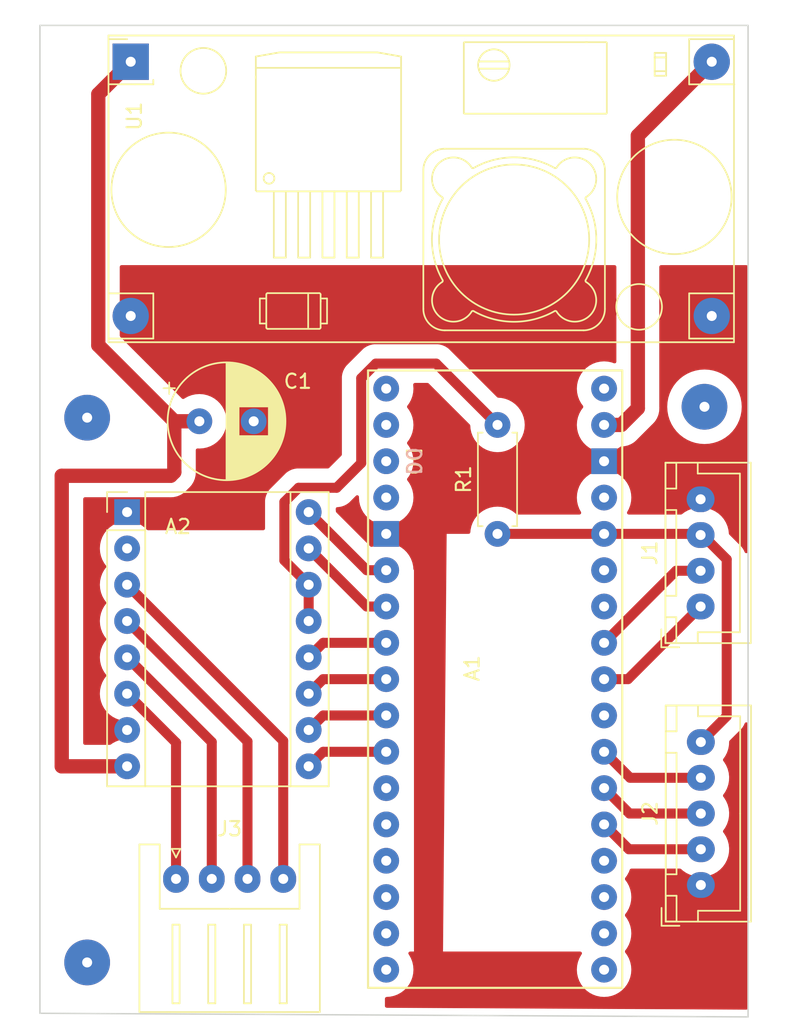
<source format=kicad_pcb>
(kicad_pcb (version 20221018) (generator pcbnew)
  (layers (0 "F.Cu" signal) (31 "B.Cu" signal) (34 "B.Paste" user) (35 "F.Paste" user) (36 "B.SilkS" user "B.Silkscreen") (37 "F.SilkS" user "F.Silkscreen") (38 "B.Mask" user) (39 "F.Mask" user) (44 "Edge.Cuts" user))
  (net 0 "")
  (net 2 "Net-(A2-~{RST})")
  (net 3 "unconnected-(A1-PadD8)")
  (net 4 "unconnected-(A1-PadD9)")
  (net 5 "unconnected-(A1-PadD10)")
  (net 7 "Net-(A1-A4{slash}SDA)")
  (net 8 "Net-(A1-A5{slash}SCL)")
  (net 10 "unconnected-(A1-PadA7)")
  (net 14 "Net-(A1-D2_INT0)")
  (net 15 "Net-(A1-D3_INT1)")
  (net 16 "Net-(A2-M2)")
  (net 17 "Net-(A2-M1)")
  (net 18 "Net-(A2-M0)")
  (net 19 "Net-(A2-~{EN})")
  (net 23 "GND")
  (net 25 "unconnected-(A1-RESET-PadRST2)")
  (net 26 "+12V")
  (net 28 "Net-(A2-A2)")
  (net 29 "Net-(A2-A1)")
  (net 30 "Net-(A2-B1)")
  (net 31 "Net-(A2-B2)")
  (net 32 "+24V")
  (net 33 "Net-(J1-Pin_3)")
  (net 34 "Net-(J2-Pin_2)")
  (net 35 "Net-(J2-Pin_3)")
  (net 36 "Net-(J2-Pin_4)")
  (footprint "Capacitor_THT:CP_Radial_D8.0mm_P3.80mm" (layer "F.Cu") (at 39.853349 58.039)
    (fp_text reference "C1" (at 6.882651 -2.794) (layer "F.SilkS"))
    (fp_text value "C_Polarized" hide)
    (pad "1" thru_hole circle (at 0 0) (size 1.8 1.8) (drill 0.7) (layers "*.Cu" "*.Mask") (net 32 "+24V") (clearance 1))
    (pad "2" thru_hole circle (at 3.8 0) (size 1.8 1.8) (drill 0.7) (layers "*.Cu" "*.Mask") (net 23 "GND"))
  )
  (footprint "Module:Pololu_Breakout-16_15.2x20.3mm" (layer "F.Cu") (at 34.798 64.389)
    (fp_text reference "A2" (at 3.556 1.016) (layer "F.SilkS"))
    (fp_text value "Pololu_Breakout_DRV8825")
    (pad "1" thru_hole rect (at 0 0) (size 1.8 1.8) (drill 0.7) (layers "*.Cu" "*.Mask") (net 23 "GND"))
    (pad "2" thru_hole circle (at 0 2.54) (size 1.8 1.8) (drill 0.7) (layers "*.Cu" "*.Mask"))
    (pad "3" thru_hole circle (at 0 5.08) (size 1.8 1.8) (drill 0.7) (layers "*.Cu" "*.Mask") (net 28 "Net-(A2-A2)"))
    (pad "4" thru_hole circle (at 0 7.62) (size 1.8 1.8) (drill 0.7) (layers "*.Cu" "*.Mask") (net 29 "Net-(A2-A1)"))
    (pad "5" thru_hole circle (at 0 10.16) (size 1.8 1.8) (drill 0.7) (layers "*.Cu" "*.Mask") (net 30 "Net-(A2-B1)"))
    (pad "6" thru_hole circle (at 0 12.7) (size 1.8 1.8) (drill 0.7) (layers "*.Cu" "*.Mask") (net 31 "Net-(A2-B2)"))
    (pad "7" thru_hole circle (at 0 15.24) (size 1.8 1.8) (drill 0.7) (layers "*.Cu" "*.Mask") (net 23 "GND"))
    (pad "8" thru_hole circle (at 0 17.78) (size 1.8 1.8) (drill 0.7) (layers "*.Cu" "*.Mask") (net 32 "+24V"))
    (pad "9" thru_hole circle (at 12.7 17.78) (size 1.8 1.8) (drill 0.7) (layers "*.Cu" "*.Mask") (net 19 "Net-(A2-~{EN})"))
    (pad "10" thru_hole circle (at 12.7 15.24) (size 1.8 1.8) (drill 0.7) (layers "*.Cu" "*.Mask") (net 18 "Net-(A2-M0)"))
    (pad "11" thru_hole circle (at 12.7 12.7) (size 1.8 1.8) (drill 0.7) (layers "*.Cu" "*.Mask") (net 17 "Net-(A2-M1)"))
    (pad "12" thru_hole circle (at 12.7 10.16) (size 1.8 1.8) (drill 0.7) (layers "*.Cu" "*.Mask") (net 16 "Net-(A2-M2)"))
    (pad "13" thru_hole circle (at 12.7 7.62) (size 1.8 1.8) (drill 0.7) (layers "*.Cu" "*.Mask") (net 2 "Net-(A2-~{RST})"))
    (pad "14" thru_hole circle (at 12.7 5.08) (size 1.8 1.8) (drill 0.7) (layers "*.Cu" "*.Mask") (net 2 "Net-(A2-~{RST})"))
    (pad "15" thru_hole circle (at 12.7 2.54) (size 1.8 1.8) (drill 0.7) (layers "*.Cu" "*.Mask") (net 15 "Net-(A1-D3_INT1)"))
    (pad "16" thru_hole circle (at 12.7 0) (size 1.8 1.8) (drill 0.7) (layers "*.Cu" "*.Mask") (net 14 "Net-(A1-D2_INT0)"))
  )
  (footprint "lm2569:YAAJ_DCDC_StepDown_LM2596" (layer "F.Cu") (at 35.052 32.893)
    (fp_text reference "U1" (at 0.254 3.81 90) (layer "F.SilkS"))
    (fp_text value "YAAJ_DCDC_StepDown_LM2596" hide)
    (pad "1" thru_hole rect (at 0 0) (size 2.54 2.54) (drill 0.7) (layers "*.Cu" "*.Mask") (net 32 "+24V"))
    (pad "2" thru_hole circle (at 0 17.78) (size 2.54 2.54) (drill 0.7) (layers "*.Cu" "*.Mask") (net 23 "GND"))
    (pad "3" thru_hole circle (at 40.64 17.78) (size 2.54 2.54) (drill 0.7) (layers "*.Cu" "*.Mask") (net 23 "GND"))
    (pad "4" thru_hole circle (at 40.64 0) (size 2.54 2.54) (drill 0.7) (layers "*.Cu" "*.Mask") (net 26 "+12V"))
  )
  (footprint "Connector_JST:JST_XH_B5B-XH-A_1x05_P2.50mm_Vertical" (layer "F.Cu") (at 74.93 90.471 90)
    (fp_text reference "J2" (at 5 -3.55 90) (layer "F.SilkS"))
    (fp_text value "Conn_01x05" hide)
    (pad "1" thru_hole oval (at 0 0 90) (size 1.8 1.95) (drill 0.7) (layers "*.Cu" "*.Mask") (net 23 "GND"))
    (pad "2" thru_hole oval (at 2.5 0 90) (size 1.8 1.95) (drill 0.7) (layers "*.Cu" "*.Mask") (net 34 "Net-(J2-Pin_2)"))
    (pad "3" thru_hole oval (at 5 0 90) (size 1.8 1.95) (drill 0.7) (layers "*.Cu" "*.Mask") (net 35 "Net-(J2-Pin_3)"))
    (pad "4" thru_hole oval (at 7.5 0 90) (size 1.8 1.95) (drill 0.7) (layers "*.Cu" "*.Mask") (net 36 "Net-(J2-Pin_4)"))
    (pad "5" thru_hole oval (at 10 0 90) (size 1.8 1.95) (drill 0.7) (layers "*.Cu" "*.Mask") (net 33 "Net-(J1-Pin_3)"))
  )
  (footprint "Resistor_THT:R_Axial_DIN0207_L6.3mm_D2.5mm_P7.62mm_Horizontal" (layer "F.Cu") (at 60.706 65.913 90)
    (fp_text reference "R1" (at 3.81 -2.37 90) (layer "F.SilkS"))
    (fp_text value "0 Ohm")
    (pad "1" thru_hole circle (at 0 0 90) (size 1.8 1.8) (drill 0.7) (layers "*.Cu" "*.Mask") (net 33 "Net-(J1-Pin_3)"))
    (pad "2" thru_hole circle (at 7.62 0 90) (size 1.8 1.8) (drill 0.7) (layers "*.Cu" "*.Mask") (net 2 "Net-(A2-~{RST})"))
  )
  (footprint "MountingHole:MountingHole_3.2mm_M3_DIN965" (layer "F.Cu") (at 75.184 57.023)
    (fp_text reference "REF**" hide)
    (fp_text value "MountingHole_3.2mm_M3_DIN965" hide)
    (pad "" thru_hole circle (at 0 0) (size 3.2 3.2) (drill 0.7) (layers "*.Cu" "*.Mask"))
  )
  (footprint "Connector_JST:JST_XH_B4B-XH-A_1x04_P2.50mm_Vertical" (layer "F.Cu") (at 74.913 70.993 90)
    (fp_text reference "J1" (at 3.75 -3.55 90) (layer "F.SilkS"))
    (fp_text value "Conn_01x04" hide)
    (pad "1" thru_hole oval (at 0 0 90) (size 1.8 1.95) (drill 0.7) (layers "*.Cu" "*.Mask") (net 7 "Net-(A1-A4{slash}SDA)"))
    (pad "2" thru_hole oval (at 2.5 0 90) (size 1.8 1.95) (drill 0.7) (layers "*.Cu" "*.Mask") (net 8 "Net-(A1-A5{slash}SCL)"))
    (pad "3" thru_hole oval (at 5 0 90) (size 1.8 1.95) (drill 0.7) (layers "*.Cu" "*.Mask") (net 33 "Net-(J1-Pin_3)"))
    (pad "4" thru_hole oval (at 7.5 0 90) (size 1.8 1.95) (drill 0.7) (layers "*.Cu" "*.Mask") (net 23 "GND"))
  )
  (footprint "MountingHole:MountingHole_3.2mm_M3_DIN965" (layer "F.Cu") (at 32.004 57.785)
    (fp_text reference "REF**" hide)
    (fp_text value "MountingHole_3.2mm_M3_DIN965" hide)
    (pad "" thru_hole circle (at 0 0) (size 3.2 3.2) (drill 0.7) (layers "*.Cu" "*.Mask"))
  )
  (footprint "Connector_JST:JST_XH_S4B-XH-A_1x04_P2.50mm_Horizontal" (layer "F.Cu") (at 38.22 90.043)
    (fp_text reference "J3" (at 3.75 -3.5) (layer "F.SilkS"))
    (fp_text value "Conn_01x04" hide)
    (pad "1" thru_hole oval (at 0 0) (size 1.8 1.95) (drill 0.7) (layers "*.Cu" "*.Mask") (net 31 "Net-(A2-B2)"))
    (pad "2" thru_hole oval (at 2.5 0) (size 1.8 1.95) (drill 0.7) (layers "*.Cu" "*.Mask") (net 30 "Net-(A2-B1)"))
    (pad "3" thru_hole oval (at 5 0) (size 1.8 1.95) (drill 0.7) (layers "*.Cu" "*.Mask") (net 29 "Net-(A2-A1)"))
    (pad "4" thru_hole oval (at 7.5 0) (size 1.8 1.95) (drill 0.7) (layers "*.Cu" "*.Mask") (net 28 "Net-(A2-A2)"))
  )
  (footprint "MountingHole:MountingHole_3.2mm_M3_DIN965" (layer "F.Cu") (at 32.004 95.885)
    (fp_text reference "REF**" hide)
    (fp_text value "MountingHole_3.2mm_M3_DIN965" hide)
    (pad "" thru_hole circle (at 0 0) (size 3.2 3.2) (drill 0.7) (layers "*.Cu" "*.Mask"))
  )
  (footprint "PCM_arduino-library:Arduino_Nano_Socket" (layer "F.Cu") (at 60.542 97.663)
    (fp_text reference "A1" (at -1.614 -22.352 90) (layer "F.SilkS"))
    (fp_text value "Arduino_Nano_Socket")
    (fp_text user "D0" (at -5.715 -36.83 -90 unlocked) (layer "B.SilkS") (effects (justify mirror)))
    (fp_text user "D0" (at -5.715 -36.83 -90 unlocked) (layer "F.SilkS"))
    (pad "" thru_hole circle (at -7.62 -41.91) (size 1.8 1.8) (drill 0.7) (layers "*.Cu" "*.Mask"))
    (pad "" thru_hole circle (at -7.62 -1.27) (size 1.8 1.8) (drill 0.7) (layers "*.Cu" "*.Mask"))
    (pad "" thru_hole circle (at 7.62 -41.91) (size 1.8 1.8) (drill 0.7) (layers "*.Cu" "*.Mask"))
    (pad "" thru_hole circle (at 7.62 -1.27) (size 1.8 1.8) (drill 0.7) (layers "*.Cu" "*.Mask"))
    (pad "3V3" thru_hole circle (at 7.62 -6.35) (size 1.8 1.8) (drill 0.7) (layers "*.Cu" "*.Mask"))
    (pad "5V" thru_hole circle (at 7.62 -31.75) (size 1.8 1.8) (drill 0.7) (layers "*.Cu" "*.Mask") (net 33 "Net-(J1-Pin_3)"))
    (pad "A0" thru_hole circle (at 7.62 -11.43) (size 1.8 1.8) (drill 0.7) (layers "*.Cu" "*.Mask") (net 34 "Net-(J2-Pin_2)"))
    (pad "A1" thru_hole circle (at 7.62 -13.97) (size 1.8 1.8) (drill 0.7) (layers "*.Cu" "*.Mask") (net 35 "Net-(J2-Pin_3)"))
    (pad "A2" thru_hole circle (at 7.62 -16.51) (size 1.8 1.8) (drill 0.7) (layers "*.Cu" "*.Mask") (net 36 "Net-(J2-Pin_4)"))
    (pad "A3" thru_hole circle (at 7.62 -19.05) (size 1.8 1.8) (drill 0.7) (layers "*.Cu" "*.Mask"))
    (pad "A4" thru_hole circle (at 7.62 -21.59) (size 1.8 1.8) (drill 0.7) (layers "*.Cu" "*.Mask") (net 7 "Net-(A1-A4{slash}SDA)"))
    (pad "A5" thru_hole circle (at 7.62 -24.13) (size 1.8 1.8) (drill 0.7) (layers "*.Cu" "*.Mask") (net 8 "Net-(A1-A5{slash}SCL)"))
    (pad "A6" thru_hole circle (at 7.62 -26.67) (size 1.8 1.8) (drill 0.7) (layers "*.Cu" "*.Mask"))
    (pad "A7" thru_hole circle (at 7.62 -29.21) (size 1.8 1.8) (drill 0.7) (layers "*.Cu" "*.Mask") (net 10 "unconnected-(A1-PadA7)"))
    (pad "AREF" thru_hole circle (at 7.62 -8.89) (size 1.8 1.8) (drill 0.7) (layers "*.Cu" "*.Mask"))
    (pad "D0" thru_hole circle (at -7.62 -36.83) (size 1.8 1.8) (drill 0.7) (layers "*.Cu" "*.Mask"))
    (pad "D1" thru_hole circle (at -7.62 -39.37) (size 1.8 1.8) (drill 0.7) (layers "*.Cu" "*.Mask"))
    (pad "D2" thru_hole circle (at -7.62 -29.21) (size 1.8 1.8) (drill 0.7) (layers "*.Cu" "*.Mask") (net 14 "Net-(A1-D2_INT0)"))
    (pad "D3" thru_hole circle (at -7.62 -26.67) (size 1.8 1.8) (drill 0.7) (layers "*.Cu" "*.Mask") (net 15 "Net-(A1-D3_INT1)"))
    (pad "D4" thru_hole circle (at -7.62 -24.13) (size 1.8 1.8) (drill 0.7) (layers "*.Cu" "*.Mask") (net 16 "Net-(A2-M2)"))
    (pad "D5" thru_hole circle (at -7.62 -21.59) (size 1.8 1.8) (drill 0.7) (layers "*.Cu" "*.Mask") (net 17 "Net-(A2-M1)"))
    (pad "D6" thru_hole circle (at -7.62 -19.05) (size 1.8 1.8) (drill 0.7) (layers "*.Cu" "*.Mask") (net 18 "Net-(A2-M0)"))
    (pad "D7" thru_hole circle (at -7.62 -16.51) (size 1.8 1.8) (drill 0.7) (layers "*.Cu" "*.Mask") (net 19 "Net-(A2-~{EN})"))
    (pad "D8" thru_hole circle (at -7.62 -13.97) (size 1.8 1.8) (drill 0.7) (layers "*.Cu" "*.Mask") (net 3 "unconnected-(A1-PadD8)"))
    (pad "D9" thru_hole circle (at -7.62 -11.43) (size 1.8 1.8) (drill 0.7) (layers "*.Cu" "*.Mask") (net 4 "unconnected-(A1-PadD9)"))
    (pad "D10" thru_hole circle (at -7.62 -8.89) (size 1.8 1.8) (drill 0.7) (layers "*.Cu" "*.Mask") (net 5 "unconnected-(A1-PadD10)"))
    (pad "D11" thru_hole circle (at -7.62 -6.35) (size 1.8 1.8) (drill 0.7) (layers "*.Cu" "*.Mask"))
    (pad "D12" thru_hole circle (at -7.62 -3.81) (size 1.8 1.8) (drill 0.7) (layers "*.Cu" "*.Mask"))
    (pad "D13" thru_hole circle (at 7.62 -3.81) (size 1.8 1.8) (drill 0.7) (layers "*.Cu" "*.Mask"))
    (pad "GND1" thru_hole rect (at -7.62 -31.75) (size 1.8 1.8) (drill 0.7) (layers "*.Cu" "*.Mask") (net 23 "GND"))
    (pad "GND2" thru_hole rect (at 7.62 -36.83) (size 1.8 1.8) (drill 0.7) (layers "*.Cu" "*.Mask") (net 23 "GND"))
    (pad "RST1" thru_hole circle (at -7.62 -34.29) (size 1.8 1.8) (drill 0.7) (layers "*.Cu" "*.Mask"))
    (pad "RST2" thru_hole circle (at 7.62 -34.29) (size 1.8 1.8) (drill 0.7) (layers "*.Cu" "*.Mask") (net 25 "unconnected-(A1-RESET-PadRST2)"))
    (pad "VIN" thru_hole circle (at 7.62 -39.37) (size 1.8 1.8) (drill 0.7) (layers "*.Cu" "*.Mask") (net 26 "+12V"))
  )
  (gr_line (start 78.232 91.313) (end 78.232 99.695) (stroke (width 0.1)) (layer "Edge.Cuts"))
  (gr_line (start 78.232 30.353) (end 78.232 91.313) (stroke (width 0.1)) (layer "Edge.Cuts"))
  (gr_line (start 28.702 30.353) (end 78.232 30.353) (stroke (width 0.1)) (layer "Edge.Cuts"))
  (gr_line (start 28.702 30.353) (end 28.702 99.441) (stroke (width 0.1)) (layer "Edge.Cuts"))
  (gr_line (start 28.702 99.441) (end 78.232 99.695) (stroke (width 0.1)) (layer "Edge.Cuts"))
  (segment (start 56.416 54.003) (end 60.706 58.293) (width 0.7) (layer "F.Cu") (net 2))
  (segment (start 51.172 55.028126) (end 52.197126 54.003) (width 0.7) (layer "F.Cu") (net 2))
  (segment (start 45.798 63.684836) (end 46.793836 62.689) (width 0.7) (layer "F.Cu") (net 2))
  (segment (start 47.498 69.469) (end 45.798 67.769) (width 0.7) (layer "F.Cu") (net 2))
  (segment (start 51.172 60.969) (end 51.172 55.028126) (width 0.7) (layer "F.Cu") (net 2))
  (segment (start 45.798 67.769) (end 45.798 63.684836) (width 0.7) (layer "F.Cu") (net 2))
  (segment (start 47.498 69.469) (end 47.498 72.009) (width 0.7) (layer "F.Cu") (net 2))
  (segment (start 52.197126 54.003) (end 56.416 54.003) (width 0.7) (layer "F.Cu") (net 2))
  (segment (start 46.793836 62.689) (end 49.452 62.689) (width 0.7) (layer "F.Cu") (net 2))
  (segment (start 49.452 62.689) (end 51.172 60.969) (width 0.7) (layer "F.Cu") (net 2))
  (segment (start 52.832 83.693) (end 52.922 83.603) (width 1) (layer "F.Cu") (net 3))
  (segment (start 52.832 86.233) (end 52.922 86.143) (width 1) (layer "F.Cu") (net 4))
  (segment (start 52.832 88.773) (end 52.922 88.683) (width 1) (layer "F.Cu") (net 5))
  (segment (start 68.162 76.073) (end 69.833 76.073) (width 0.7) (layer "F.Cu") (net 7))
  (segment (start 69.833 76.073) (end 74.913 70.993) (width 0.7) (layer "F.Cu") (net 7))
  (segment (start 73.202 68.493) (end 74.913 68.493) (width 0.7) (layer "F.Cu") (net 8))
  (segment (start 68.162 73.533) (end 73.202 68.493) (width 0.7) (layer "F.Cu") (net 8))
  (segment (start 67.982 68.363) (end 68.162 68.363) (width 1) (layer "F.Cu") (net 10))
  (segment (start 52.922 68.453) (end 51.562 68.453) (width 0.7) (layer "F.Cu") (net 14))
  (segment (start 51.562 68.453) (end 47.498 64.389) (width 0.7) (layer "F.Cu") (net 14))
  (segment (start 52.922 70.993) (end 51.562 70.993) (width 0.7) (layer "F.Cu") (net 15))
  (segment (start 51.562 70.993) (end 47.498 66.929) (width 0.7) (layer "F.Cu") (net 15))
  (segment (start 52.922 73.533) (end 48.514 73.533) (width 0.7) (layer "F.Cu") (net 16))
  (segment (start 48.514 73.533) (end 47.498 74.549) (width 0.7) (layer "F.Cu") (net 16))
  (segment (start 48.514 76.073) (end 47.498 77.089) (width 0.7) (layer "F.Cu") (net 17))
  (segment (start 52.922 76.073) (end 48.514 76.073) (width 0.7) (layer "F.Cu") (net 17))
  (segment (start 48.514 78.613) (end 47.498 79.629) (width 0.7) (layer "F.Cu") (net 18))
  (segment (start 52.922 78.613) (end 48.514 78.613) (width 0.7) (layer "F.Cu") (net 18))
  (segment (start 52.832 81.153) (end 52.922 81.063) (width 1) (layer "F.Cu") (net 19))
  (segment (start 52.922 81.153) (end 48.514 81.153) (width 0.7) (layer "F.Cu") (net 19))
  (segment (start 48.514 81.153) (end 47.498 82.169) (width 0.7) (layer "F.Cu") (net 19))
  (segment (start 52.998296 65.913) (end 52.922 65.913) (width 1) (layer "F.Cu") (net 23))
  (segment (start 68.162 63.283) (end 68.162 63.463) (width 1) (layer "F.Cu") (net 25))
  (segment (start 75.692 32.893) (end 70.522 38.063) (width 1) (layer "F.Cu") (net 26))
  (segment (start 69.364081 58.293) (end 68.162 58.293) (width 1) (layer "F.Cu") (net 26))
  (segment (start 70.522 38.063) (end 70.522 57.135081) (width 1) (layer "F.Cu") (net 26))
  (segment (start 70.522 57.135081) (end 69.364081 58.293) (width 1) (layer "F.Cu") (net 26))
  (segment (start 45.72 80.391) (end 45.72 90.043) (width 0.7) (layer "F.Cu") (net 28))
  (segment (start 34.798 69.469) (end 45.72 80.391) (width 0.7) (layer "F.Cu") (net 28))
  (segment (start 43.22 80.431) (end 43.22 90.043) (width 0.7) (layer "F.Cu") (net 29))
  (segment (start 34.798 72.009) (end 43.22 80.431) (width 0.7) (layer "F.Cu") (net 29))
  (segment (start 40.72 80.471) (end 40.72 90.043) (width 0.7) (layer "F.Cu") (net 30))
  (segment (start 34.798 74.549) (end 40.72 80.471) (width 0.7) (layer "F.Cu") (net 30))
  (segment (start 38.22 80.511) (end 38.22 90.043) (width 0.7) (layer "F.Cu") (net 31))
  (segment (start 34.798 77.089) (end 38.22 80.511) (width 0.7) (layer "F.Cu") (net 31))
  (segment (start 37.846 61.849) (end 30.226 61.849) (width 1) (layer "F.Cu") (net 32))
  (segment (start 38.1 58.039) (end 32.782 52.721) (width 1) (layer "F.Cu") (net 32))
  (segment (start 38.1 61.595) (end 38.1 58.039) (width 1) (layer "F.Cu") (net 32))
  (segment (start 32.782 52.721) (end 32.782 35.163) (width 1) (layer "F.Cu") (net 32))
  (segment (start 30.226 61.849) (end 30.226 82.169) (width 1) (layer "F.Cu") (net 32))
  (segment (start 39.853349 58.039) (end 38.1 58.039) (width 1) (layer "F.Cu") (net 32))
  (segment (start 32.782 35.163) (end 35.052 32.893) (width 1) (layer "F.Cu") (net 32))
  (segment (start 37.846 61.849) (end 38.1 61.595) (width 1) (layer "F.Cu") (net 32))
  (segment (start 30.226 82.169) (end 34.798 82.169) (width 1) (layer "F.Cu") (net 32))
  (segment (start 76.738 78.663) (end 74.93 80.471) (width 0.7) (layer "F.Cu") (net 33))
  (segment (start 75.038 65.993) (end 76.738 67.693) (width 0.7) (layer "F.Cu") (net 33))
  (segment (start 68.162 65.913) (end 74.833 65.913) (width 0.7) (layer "F.Cu") (net 33))
  (segment (start 74.913 65.993) (end 75.038 65.993) (width 0.7) (layer "F.Cu") (net 33))
  (segment (start 68.162 65.913) (end 60.706 65.913) (width 0.7) (layer "F.Cu") (net 33))
  (segment (start 76.738 67.693) (end 76.738 78.663) (width 0.7) (layer "F.Cu") (net 33))
  (segment (start 74.833 65.913) (end 74.913 65.993) (width 0.7) (layer "F.Cu") (net 33))
  (segment (start 68.162 86.233) (end 69.9 87.971) (width 0.7) (layer "F.Cu") (net 34))
  (segment (start 69.9 87.971) (end 74.93 87.971) (width 0.7) (layer "F.Cu") (net 34))
  (segment (start 69.94 85.471) (end 74.93 85.471) (width 0.7) (layer "F.Cu") (net 35))
  (segment (start 68.162 83.693) (end 69.94 85.471) (width 0.7) (layer "F.Cu") (net 35))
  (segment (start 69.98 82.971) (end 74.93 82.971) (width 0.7) (layer "F.Cu") (net 36))
  (segment (start 68.162 81.153) (end 69.98 82.971) (width 0.7) (layer "F.Cu") (net 36))
  (zone (net 23) (net_name "GND") (layer "F.Cu") (connect_pads (clearance 1)) (min_thickness 0.25) (fill yes (thermal_gap 0.5) (thermal_bridge_width 0.5))
    (polygon (pts (xy 28.702 31.115) (xy 78.232 31.369) (xy 78.232 99.187) (xy 28.702 98.933)))
  )
  (zone (net 0) (net_name "") (layer "F.Cu") (connect_pads (clearance 0)) (min_thickness 0.25)
    (keepout (tracks allowed) (vias allowed) (pads allowed) (copperpour not_allowed) (footprints allowed))
    (fill (thermal_gap 0.5) (thermal_bridge_width 0.5))
    (polygon (pts (xy 34.798 65.659) (xy 47.244 65.659) (xy 47.498 82.169) (xy 34.798 82.169)))
  )
  (zone (net 0) (net_name "") (layers "F.Cu" "Edge.Cuts") (connect_pads (clearance 0)) (min_thickness 0.25)
    (keepout (tracks allowed) (vias allowed) (pads allowed) (copperpour not_allowed) (footprints allowed))
    (fill (thermal_gap 0.5) (thermal_bridge_width 0.5))
    (polygon (pts (xy 57.15 65.913) (xy 68.326 65.913) (xy 68.326 95.123) (xy 56.896 95.123)))
  )
  (zone (net 0) (net_name "") (layers "F.Cu" "Edge.Cuts") (connect_pads (clearance 0)) (min_thickness 0.25)
    (keepout (tracks allowed) (vias allowed) (pads allowed) (copperpour not_allowed) (footprints allowed))
    (fill (thermal_gap 0.5) (thermal_bridge_width 0.5))
    (polygon (pts (xy 26.162 82.169) (xy 52.832 82.169) (xy 52.832 100.203) (xy 26.162 100.203)))
  )
  (zone (net 0) (net_name "") (layers "F.Cu" "Edge.Cuts") (connect_pads (clearance 0)) (min_thickness 0.25)
    (keepout (tracks allowed) (vias allowed) (pads allowed) (copperpour not_allowed) (footprints allowed))
    (fill (thermal_gap 0.5) (thermal_bridge_width 0.5))
    (polygon (pts (xy 52.832 68.453) (xy 54.864 68.453) (xy 54.864 95.123) (xy 52.578 95.123)))
  )
  (zone (net 0) (net_name "") (layers "F.Cu" "Edge.Cuts") (connect_pads (clearance 0)) (min_thickness 0.25)
    (keepout (tracks allowed) (vias allowed) (pads allowed) (copperpour not_allowed) (footprints allowed))
    (fill (thermal_gap 0.5) (thermal_bridge_width 0.5))
    (polygon (pts (xy 25.908 47.117) (xy 81.026 47.117) (xy 81.026 28.575) (xy 25.908 28.575)))
  )
)
</source>
